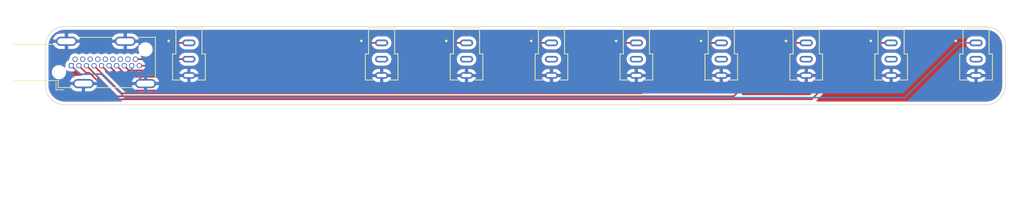
<source format=kicad_pcb>
(kicad_pcb (version 20221018) (generator pcbnew)
  (layers (0 "F.Cu" signal) (31 "B.Cu" signal) (34 "B.Paste" user) (35 "F.Paste" user) (36 "B.SilkS" user "B.Silkscreen") (37 "F.SilkS" user "F.Silkscreen") (38 "B.Mask" user) (39 "F.Mask" user) (44 "Edge.Cuts" user))
  (net 0 "")
  (net 3 "GND")
  (net 4 "D2")
  (net 5 "D1")
  (net 7 "D3")
  (net 9 "D4")
  (net 11 "D5")
  (net 13 "D6")
  (net 15 "D7")
  (net 17 "D8")
  (net 18 "RUN")
  (net 19 "CLK")
  (footprint "footprints:CUI_SP-3533-02" (layer "F.Cu") (at 104.9 114.3 90)
    (fp_text reference "J8" hide)
    (fp_text value "AudioPlug3")
    (fp_line (start -3.2 -2.5) (end 0.8 -2.5) (stroke (width 0.127)) (layer "F.SilkS"))
    (fp_line (start -3.2 -1.35) (end -3.2 -2.5) (stroke (width 0.127)) (layer "F.SilkS"))
    (fp_line (start -3.2 2.5) (end -3.2 1.35) (stroke (width 0.127)) (layer "F.SilkS"))
    (fp_line (start 0.8 -2.5) (end 0.8 -2) (stroke (width 0.127)) (layer "F.SilkS"))
    (fp_line (start 0.8 -2) (end 4.8 -2) (stroke (width 0.127)) (layer "F.SilkS"))
    (fp_line (start 0.8 2) (end 0.8 2.5) (stroke (width 0.127)) (layer "F.SilkS"))
    (fp_line (start 0.8 2.5) (end -3.2 2.5) (stroke (width 0.127)) (layer "F.SilkS"))
    (fp_line (start 4.8 -2) (end 4.8 2) (stroke (width 0.127)) (layer "F.SilkS"))
    (fp_line (start 4.8 2) (end 0.8 2) (stroke (width 0.127)) (layer "F.SilkS"))
    (fp_circle (center 2.8 -3.1) (end 2.9 -3.1) (stroke (width 0.2)) (fill none) (layer "F.SilkS"))
    (pad "R" thru_hole oval (at 0 0 90) (size 1.008 2.016) (drill oval 0.5 1.5) (layers "*.Cu" "*.Mask"))
    (pad "S" thru_hole oval (at -2.5 0 90) (size 1.008 2.016) (drill oval 0.5 1.5) (layers "*.Cu" "*.Mask") (net 3 "GND"))
    (pad "T" thru_hole oval (at 2.5 0 90) (size 1.008 2.016) (drill oval 0.5 1.5) (layers "*.Cu" "*.Mask") (net 17 "D8"))
  )
  (footprint "footprints:CUI_SP-3533-02" (layer "F.Cu") (at 195.9 114.3 90)
    (fp_text reference "J2" hide)
    (fp_text value "AudioPlug3")
    (fp_line (start -3.2 -2.5) (end 0.8 -2.5) (stroke (width 0.127)) (layer "F.SilkS"))
    (fp_line (start -3.2 -1.35) (end -3.2 -2.5) (stroke (width 0.127)) (layer "F.SilkS"))
    (fp_line (start -3.2 2.5) (end -3.2 1.35) (stroke (width 0.127)) (layer "F.SilkS"))
    (fp_line (start 0.8 -2.5) (end 0.8 -2) (stroke (width 0.127)) (layer "F.SilkS"))
    (fp_line (start 0.8 -2) (end 4.8 -2) (stroke (width 0.127)) (layer "F.SilkS"))
    (fp_line (start 0.8 2) (end 0.8 2.5) (stroke (width 0.127)) (layer "F.SilkS"))
    (fp_line (start 0.8 2.5) (end -3.2 2.5) (stroke (width 0.127)) (layer "F.SilkS"))
    (fp_line (start 4.8 -2) (end 4.8 2) (stroke (width 0.127)) (layer "F.SilkS"))
    (fp_line (start 4.8 2) (end 0.8 2) (stroke (width 0.127)) (layer "F.SilkS"))
    (fp_circle (center 2.8 -3.1) (end 2.9 -3.1) (stroke (width 0.2)) (fill none) (layer "F.SilkS"))
    (pad "R" thru_hole oval (at 0 0 90) (size 1.008 2.016) (drill oval 0.5 1.5) (layers "*.Cu" "*.Mask"))
    (pad "S" thru_hole oval (at -2.5 0 90) (size 1.008 2.016) (drill oval 0.5 1.5) (layers "*.Cu" "*.Mask") (net 3 "GND"))
    (pad "T" thru_hole oval (at 2.5 0 90) (size 1.008 2.016) (drill oval 0.5 1.5) (layers "*.Cu" "*.Mask") (net 5 "D1"))
  )
  (footprint "footprints:CUI_SP-3533-02" (layer "F.Cu") (at 182.9 114.3 90)
    (fp_text reference "J1" hide)
    (fp_text value "AudioPlug3")
    (fp_line (start -3.2 -2.5) (end 0.8 -2.5) (stroke (width 0.127)) (layer "F.SilkS"))
    (fp_line (start -3.2 -1.35) (end -3.2 -2.5) (stroke (width 0.127)) (layer "F.SilkS"))
    (fp_line (start -3.2 2.5) (end -3.2 1.35) (stroke (width 0.127)) (layer "F.SilkS"))
    (fp_line (start 0.8 -2.5) (end 0.8 -2) (stroke (width 0.127)) (layer "F.SilkS"))
    (fp_line (start 0.8 -2) (end 4.8 -2) (stroke (width 0.127)) (layer "F.SilkS"))
    (fp_line (start 0.8 2) (end 0.8 2.5) (stroke (width 0.127)) (layer "F.SilkS"))
    (fp_line (start 0.8 2.5) (end -3.2 2.5) (stroke (width 0.127)) (layer "F.SilkS"))
    (fp_line (start 4.8 -2) (end 4.8 2) (stroke (width 0.127)) (layer "F.SilkS"))
    (fp_line (start 4.8 2) (end 0.8 2) (stroke (width 0.127)) (layer "F.SilkS"))
    (fp_circle (center 2.8 -3.1) (end 2.9 -3.1) (stroke (width 0.2)) (fill none) (layer "F.SilkS"))
    (pad "R" thru_hole oval (at 0 0 90) (size 1.008 2.016) (drill oval 0.5 1.5) (layers "*.Cu" "*.Mask"))
    (pad "S" thru_hole oval (at -2.5 0 90) (size 1.008 2.016) (drill oval 0.5 1.5) (layers "*.Cu" "*.Mask") (net 3 "GND"))
    (pad "T" thru_hole oval (at 2.5 0 90) (size 1.008 2.016) (drill oval 0.5 1.5) (layers "*.Cu" "*.Mask") (net 4 "D2"))
  )
  (footprint "footprints:CUI_SP-3533-02" (layer "F.Cu") (at 130.9 114.3 90)
    (fp_text reference "J6" hide)
    (fp_text value "AudioPlug3")
    (fp_line (start -3.2 -2.5) (end 0.8 -2.5) (stroke (width 0.127)) (layer "F.SilkS"))
    (fp_line (start -3.2 -1.35) (end -3.2 -2.5) (stroke (width 0.127)) (layer "F.SilkS"))
    (fp_line (start -3.2 2.5) (end -3.2 1.35) (stroke (width 0.127)) (layer "F.SilkS"))
    (fp_line (start 0.8 -2.5) (end 0.8 -2) (stroke (width 0.127)) (layer "F.SilkS"))
    (fp_line (start 0.8 -2) (end 4.8 -2) (stroke (width 0.127)) (layer "F.SilkS"))
    (fp_line (start 0.8 2) (end 0.8 2.5) (stroke (width 0.127)) (layer "F.SilkS"))
    (fp_line (start 0.8 2.5) (end -3.2 2.5) (stroke (width 0.127)) (layer "F.SilkS"))
    (fp_line (start 4.8 -2) (end 4.8 2) (stroke (width 0.127)) (layer "F.SilkS"))
    (fp_line (start 4.8 2) (end 0.8 2) (stroke (width 0.127)) (layer "F.SilkS"))
    (fp_circle (center 2.8 -3.1) (end 2.9 -3.1) (stroke (width 0.2)) (fill none) (layer "F.SilkS"))
    (pad "R" thru_hole oval (at 0 0 90) (size 1.008 2.016) (drill oval 0.5 1.5) (layers "*.Cu" "*.Mask"))
    (pad "S" thru_hole oval (at -2.5 0 90) (size 1.008 2.016) (drill oval 0.5 1.5) (layers "*.Cu" "*.Mask") (net 3 "GND"))
    (pad "T" thru_hole oval (at 2.5 0 90) (size 1.008 2.016) (drill oval 0.5 1.5) (layers "*.Cu" "*.Mask") (net 13 "D6"))
  )
  (footprint "Connector_HDMI:HDMI_A_Kycon_KDMIX-SL1-NS-WS-B15_VerticalRightAngle" (layer "F.Cu") (at 57.4 115.3 90)
    (fp_text reference "J10" hide)
    (fp_text value "HDMI_A")
    (fp_line (start -3.7 -2.35) (end -3.7 -1.2) (stroke (width 0.12)) (layer "F.SilkS"))
    (fp_line (start -3.7 -2.35) (end -2.6 -2.35) (stroke (width 0.12)) (layer "F.SilkS"))
    (fp_line (start -3.36 -2.01) (end -3.36 0.2) (stroke (width 0.12)) (layer "F.SilkS"))
    (fp_line (start -3.36 9.7) (end -3.36 3.5) (stroke (width 0.12)) (layer "F.SilkS"))
    (fp_line (start -2.285 -8.84) (end -2.285 -2.01) (stroke (width 0.12)) (layer "F.SilkS"))
    (fp_line (start -2.285 -2.01) (end -3.36 -2.01) (stroke (width 0.12)) (layer "F.SilkS"))
    (fp_line (start 3.285 -8.84) (end 3.285 -2.5) (stroke (width 0.12)) (layer "F.SilkS"))
    (fp_line (start 4.36 6.6) (end 4.36 0.9) (stroke (width 0.12)) (layer "F.SilkS"))
    (fp_line (start 4.36 12.86) (end -2 12.86) (stroke (width 0.12)) (layer "F.SilkS"))
    (fp_line (start 4.36 12.86) (end 4.36 9.9) (stroke (width 0.12)) (layer "F.SilkS"))
    (pad "" np_thru_hole circle (at -1 -1.9 270) (size 1.7 1.7) (drill 1.7) (layers "*.Cu" "*.Mask"))
    (pad "" np_thru_hole circle (at 2.5 11.35 270) (size 1.7 1.7) (drill 1.7) (layers "*.Cu" "*.Mask"))
    (pad "1" thru_hole roundrect (at 0 0 270) (size 0.8 0.8) (drill 0.55) (layers "*.Cu" "*.Mask") (roundrect_rratio 0.3125) (net 5 "D1"))
    (pad "2" thru_hole circle (at 1 0.5775 270) (size 0.8 0.8) (drill 0.55) (layers "*.Cu" "*.Mask"))
    (pad "3" thru_hole circle (at 0 1.155 270) (size 0.8 0.8) (drill 0.55) (layers "*.Cu" "*.Mask") (net 4 "D2"))
    (pad "4" thru_hole circle (at 1 1.7325 270) (size 0.8 0.8) (drill 0.55) (layers "*.Cu" "*.Mask"))
    (pad "5" thru_hole circle (at 0 2.31 270) (size 0.8 0.8) (drill 0.55) (layers "*.Cu" "*.Mask") (net 7 "D3"))
    (pad "6" thru_hole circle (at 1 2.8875 270) (size 0.8 0.8) (drill 0.55) (layers "*.Cu" "*.Mask"))
    (pad "7" thru_hole circle (at 0 3.465 270) (size 0.8 0.8) (drill 0.55) (layers "*.Cu" "*.Mask") (net 9 "D4"))
    (pad "8" thru_hole circle (at 1 4.0425 270) (size 0.8 0.8) (drill 0.55) (layers "*.Cu" "*.Mask"))
    (pad "9" thru_hole circle (at 0 4.62 270) (size 0.8 0.8) (drill 0.55) (layers "*.Cu" "*.Mask") (net 11 "D5"))
    (pad "10" thru_hole circle (at 1 5.1975 270) (size 0.8 0.8) (drill 0.55) (layers "*.Cu" "*.Mask"))
    (pad "11" thru_hole circle (at 0 5.775 270) (size 0.8 0.8) (drill 0.55) (layers "*.Cu" "*.Mask") (net 13 "D6"))
    (pad "12" thru_hole circle (at 1 6.3525 270) (size 0.8 0.8) (drill 0.55) (layers "*.Cu" "*.Mask"))
    (pad "13" thru_hole circle (at 0 6.93 270) (size 0.8 0.8) (drill 0.55) (layers "*.Cu" "*.Mask") (net 15 "D7"))
    (pad "14" thru_hole circle (at 1 7.5075 270) (size 0.8 0.8) (drill 0.55) (layers "*.Cu" "*.Mask"))
    (pad "15" thru_hole circle (at 0 8.085 270) (size 0.8 0.8) (drill 0.55) (layers "*.Cu" "*.Mask") (net 17 "D8"))
    (pad "16" thru_hole circle (at 1 8.6625 270) (size 0.8 0.8) (drill 0.55) (layers "*.Cu" "*.Mask"))
    (pad "17" thru_hole circle (at 0 9.24 270) (size 0.8 0.8) (drill 0.55) (layers "*.Cu" "*.Mask") (net 3 "GND"))
    (pad "18" thru_hole circle (at 1 9.8175 270) (size 0.8 0.8) (drill 0.55) (layers "*.Cu" "*.Mask") (net 19 "CLK"))
    (pad "19" thru_hole circle (at 0 10.395 270) (size 0.8 0.8) (drill 0.55) (layers "*.Cu" "*.Mask") (net 18 "RUN"))
    (pad "SH" thru_hole oval (at -2.75 1.85 270) (size 1.4 3.2) (drill oval 0.9 2.7) (layers "*.Cu" "*.Mask") (net 3 "GND"))
    (pad "SH" thru_hole oval (at -2.75 11.35 270) (size 1.4 3.2) (drill oval 0.9 2.7) (layers "*.Cu" "*.Mask") (net 3 "GND"))
    (pad "SH" thru_hole oval (at 3.75 -0.75 270) (size 1.4 3.2) (drill oval 0.9 2.7) (layers "*.Cu" "*.Mask") (net 3 "GND"))
    (pad "SH" thru_hole oval (at 3.75 8.25 270) (size 1.4 3.2) (drill oval 0.9 2.7) (layers "*.Cu" "*.Mask") (net 3 "GND"))
  )
  (footprint "footprints:CUI_SP-3533-02" (layer "F.Cu") (at 156.9 114.3 90)
    (fp_text reference "J4" hide)
    (fp_text value "AudioPlug3")
    (fp_line (start -3.2 -2.5) (end 0.8 -2.5) (stroke (width 0.127)) (layer "F.SilkS"))
    (fp_line (start -3.2 -1.35) (end -3.2 -2.5) (stroke (width 0.127)) (layer "F.SilkS"))
    (fp_line (start -3.2 2.5) (end -3.2 1.35) (stroke (width 0.127)) (layer "F.SilkS"))
    (fp_line (start 0.8 -2.5) (end 0.8 -2) (stroke (width 0.127)) (layer "F.SilkS"))
    (fp_line (start 0.8 -2) (end 4.8 -2) (stroke (width 0.127)) (layer "F.SilkS"))
    (fp_line (start 0.8 2) (end 0.8 2.5) (stroke (width 0.127)) (layer "F.SilkS"))
    (fp_line (start 0.8 2.5) (end -3.2 2.5) (stroke (width 0.127)) (layer "F.SilkS"))
    (fp_line (start 4.8 -2) (end 4.8 2) (stroke (width 0.127)) (layer "F.SilkS"))
    (fp_line (start 4.8 2) (end 0.8 2) (stroke (width 0.127)) (layer "F.SilkS"))
    (fp_circle (center 2.8 -3.1) (end 2.9 -3.1) (stroke (width 0.2)) (fill none) (layer "F.SilkS"))
    (pad "R" thru_hole oval (at 0 0 90) (size 1.008 2.016) (drill oval 0.5 1.5) (layers "*.Cu" "*.Mask"))
    (pad "S" thru_hole oval (at -2.5 0 90) (size 1.008 2.016) (drill oval 0.5 1.5) (layers "*.Cu" "*.Mask") (net 3 "GND"))
    (pad "T" thru_hole oval (at 2.5 0 90) (size 1.008 2.016) (drill oval 0.5 1.5) (layers "*.Cu" "*.Mask") (net 9 "D4"))
  )
  (footprint "footprints:CUI_SP-3533-02" (layer "F.Cu") (at 169.9 114.3 90)
    (fp_text reference "J3" hide)
    (fp_text value "AudioPlug3")
    (fp_line (start -3.2 -2.5) (end 0.8 -2.5) (stroke (width 0.127)) (layer "F.SilkS"))
    (fp_line (start -3.2 -1.35) (end -3.2 -2.5) (stroke (width 0.127)) (layer "F.SilkS"))
    (fp_line (start -3.2 2.5) (end -3.2 1.35) (stroke (width 0.127)) (layer "F.SilkS"))
    (fp_line (start 0.8 -2.5) (end 0.8 -2) (stroke (width 0.127)) (layer "F.SilkS"))
    (fp_line (start 0.8 -2) (end 4.8 -2) (stroke (width 0.127)) (layer "F.SilkS"))
    (fp_line (start 0.8 2) (end 0.8 2.5) (stroke (width 0.127)) (layer "F.SilkS"))
    (fp_line (start 0.8 2.5) (end -3.2 2.5) (stroke (width 0.127)) (layer "F.SilkS"))
    (fp_line (start 4.8 -2) (end 4.8 2) (stroke (width 0.127)) (layer "F.SilkS"))
    (fp_line (start 4.8 2) (end 0.8 2) (stroke (width 0.127)) (layer "F.SilkS"))
    (fp_circle (center 2.8 -3.1) (end 2.9 -3.1) (stroke (width 0.2)) (fill none) (layer "F.SilkS"))
    (pad "R" thru_hole oval (at 0 0 90) (size 1.008 2.016) (drill oval 0.5 1.5) (layers "*.Cu" "*.Mask"))
    (pad "S" thru_hole oval (at -2.5 0 90) (size 1.008 2.016) (drill oval 0.5 1.5) (layers "*.Cu" "*.Mask") (net 3 "GND"))
    (pad "T" thru_hole oval (at 2.5 0 90) (size 1.008 2.016) (drill oval 0.5 1.5) (layers "*.Cu" "*.Mask") (net 7 "D3"))
  )
  (footprint "footprints:CUI_SP-3533-02" (layer "F.Cu") (at 143.9 114.3 90)
    (fp_text reference "J5" hide)
    (fp_text value "AudioPlug3")
    (fp_line (start -3.2 -2.5) (end 0.8 -2.5) (stroke (width 0.127)) (layer "F.SilkS"))
    (fp_line (start -3.2 -1.35) (end -3.2 -2.5) (stroke (width 0.127)) (layer "F.SilkS"))
    (fp_line (start -3.2 2.5) (end -3.2 1.35) (stroke (width 0.127)) (layer "F.SilkS"))
    (fp_line (start 0.8 -2.5) (end 0.8 -2) (stroke (width 0.127)) (layer "F.SilkS"))
    (fp_line (start 0.8 -2) (end 4.8 -2) (stroke (width 0.127)) (layer "F.SilkS"))
    (fp_line (start 0.8 2) (end 0.8 2.5) (stroke (width 0.127)) (layer "F.SilkS"))
    (fp_line (start 0.8 2.5) (end -3.2 2.5) (stroke (width 0.127)) (layer "F.SilkS"))
    (fp_line (start 4.8 -2) (end 4.8 2) (stroke (width 0.127)) (layer "F.SilkS"))
    (fp_line (start 4.8 2) (end 0.8 2) (stroke (width 0.127)) (layer "F.SilkS"))
    (fp_circle (center 2.8 -3.1) (end 2.9 -3.1) (stroke (width 0.2)) (fill none) (layer "F.SilkS"))
    (pad "R" thru_hole oval (at 0 0 90) (size 1.008 2.016) (drill oval 0.5 1.5) (layers "*.Cu" "*.Mask"))
    (pad "S" thru_hole oval (at -2.5 0 90) (size 1.008 2.016) (drill oval 0.5 1.5) (layers "*.Cu" "*.Mask") (net 3 "GND"))
    (pad "T" thru_hole oval (at 2.5 0 90) (size 1.008 2.016) (drill oval 0.5 1.5) (layers "*.Cu" "*.Mask") (net 11 "D5"))
  )
  (footprint "footprints:CUI_SP-3533-02" (layer "F.Cu") (at 117.9 114.3 90)
    (fp_text reference "J7" hide)
    (fp_text value "AudioPlug3")
    (fp_line (start -3.2 -2.5) (end 0.8 -2.5) (stroke (width 0.127)) (layer "F.SilkS"))
    (fp_line (start -3.2 -1.35) (end -3.2 -2.5) (stroke (width 0.127)) (layer "F.SilkS"))
    (fp_line (start -3.2 2.5) (end -3.2 1.35) (stroke (width 0.127)) (layer "F.SilkS"))
    (fp_line (start 0.8 -2.5) (end 0.8 -2) (stroke (width 0.127)) (layer "F.SilkS"))
    (fp_line (start 0.8 -2) (end 4.8 -2) (stroke (width 0.127)) (layer "F.SilkS"))
    (fp_line (start 0.8 2) (end 0.8 2.5) (stroke (width 0.127)) (layer "F.SilkS"))
    (fp_line (start 0.8 2.5) (end -3.2 2.5) (stroke (width 0.127)) (layer "F.SilkS"))
    (fp_line (start 4.8 -2) (end 4.8 2) (stroke (width 0.127)) (layer "F.SilkS"))
    (fp_line (start 4.8 2) (end 0.8 2) (stroke (width 0.127)) (layer "F.SilkS"))
    (fp_circle (center 2.8 -3.1) (end 2.9 -3.1) (stroke (width 0.2)) (fill none) (layer "F.SilkS"))
    (pad "R" thru_hole oval (at 0 0 90) (size 1.008 2.016) (drill oval 0.5 1.5) (layers "*.Cu" "*.Mask"))
    (pad "S" thru_hole oval (at -2.5 0 90) (size 1.008 2.016) (drill oval 0.5 1.5) (layers "*.Cu" "*.Mask") (net 3 "GND"))
    (pad "T" thru_hole oval (at 2.5 0 90) (size 1.008 2.016) (drill oval 0.5 1.5) (layers "*.Cu" "*.Mask") (net 15 "D7"))
  )
  (footprint "footprints:CUI_SP-3533-02" (layer "F.Cu") (at 75.4 114.3 90)
    (fp_text reference "J9" hide)
    (fp_text value "AudioPlug3")
    (fp_line (start -3.2 -2.5) (end 0.8 -2.5) (stroke (width 0.127)) (layer "F.SilkS"))
    (fp_line (start -3.2 -1.35) (end -3.2 -2.5) (stroke (width 0.127)) (layer "F.SilkS"))
    (fp_line (start -3.2 2.5) (end -3.2 1.35) (stroke (width 0.127)) (layer "F.SilkS"))
    (fp_line (start 0.8 -2.5) (end 0.8 -2) (stroke (width 0.127)) (layer "F.SilkS"))
    (fp_line (start 0.8 -2) (end 4.8 -2) (stroke (width 0.127)) (layer "F.SilkS"))
    (fp_line (start 0.8 2) (end 0.8 2.5) (stroke (width 0.127)) (layer "F.SilkS"))
    (fp_line (start 0.8 2.5) (end -3.2 2.5) (stroke (width 0.127)) (layer "F.SilkS"))
    (fp_line (start 4.8 -2) (end 4.8 2) (stroke (width 0.127)) (layer "F.SilkS"))
    (fp_line (start 4.8 2) (end 0.8 2) (stroke (width 0.127)) (layer "F.SilkS"))
    (fp_circle (center 2.8 -3.1) (end 2.9 -3.1) (stroke (width 0.2)) (fill none) (layer "F.SilkS"))
    (pad "R" thru_hole oval (at 0 0 90) (size 1.008 2.016) (drill oval 0.5 1.5) (layers "*.Cu" "*.Mask") (net 18 "RUN"))
    (pad "S" thru_hole oval (at -2.5 0 90) (size 1.008 2.016) (drill oval 0.5 1.5) (layers "*.Cu" "*.Mask") (net 3 "GND"))
    (pad "T" thru_hole oval (at 2.5 0 90) (size 1.008 2.016) (drill oval 0.5 1.5) (layers "*.Cu" "*.Mask") (net 19 "CLK"))
  )
  (gr_line (start 197.4 109.3) (end 56.4 109.3) (stroke (width 0.1)) (layer "Edge.Cuts"))
  (gr_arc (start 53.4 112.3) (mid 54.278679 110.178679) (end 56.4 109.3) (stroke (width 0.1)) (layer "Edge.Cuts"))
  (gr_arc (start 197.4 109.3) (mid 199.521321 110.178679) (end 200.4 112.3) (stroke (width 0.1)) (layer "Edge.Cuts"))
  (gr_line (start 53.4 112.3) (end 53.4 118.3) (stroke (width 0.1)) (layer "Edge.Cuts"))
  (gr_arc (start 56.4 121.3) (mid 54.278679 120.421321) (end 53.4 118.3) (stroke (width 0.1)) (layer "Edge.Cuts"))
  (gr_arc (start 200.4 118.3) (mid 199.521321 120.421321) (end 197.4 121.3) (stroke (width 0.1)) (layer "Edge.Cuts"))
  (gr_line (start 200.4 118.3) (end 200.4 112.3) (stroke (width 0.1)) (layer "Edge.Cuts"))
  (gr_line (start 56.4 121.3) (end 197.4 121.3) (stroke (width 0.1)) (layer "Edge.Cuts"))
  (segment (start 66.64 115.94) (end 68.75 118.05) (width 0.25) (layer "B.Cu") (net 3))
  (segment (start 66.64 115.3) (end 66.64 115.94) (width 0.25) (layer "B.Cu") (net 3))
  (segment (start 58.555 115.3) (end 59.655 116.4) (width 0.25) (layer "F.Cu") (net 4))
  (segment (start 59.655 116.4) (end 60.173604 116.4) (width 0.25) (layer "F.Cu") (net 4))
  (segment (start 179.4 111.8) (end 182.9 111.8) (width 0.25) (layer "F.Cu") (net 4))
  (segment (start 170.75 120.45) (end 179.4 111.8) (width 0.25) (layer "F.Cu") (net 4))
  (segment (start 64.223604 120.45) (end 170.75 120.45) (width 0.25) (layer "F.Cu") (net 4))
  (segment (start 60.173604 116.4) (end 64.223604 120.45) (width 0.25) (layer "F.Cu") (net 4))
  (segment (start 193.4 111.8) (end 195.9 111.8) (width 0.25) (layer "B.Cu") (net 5))
  (segment (start 58.7 116.6) (end 62 116.6) (width 0.25) (layer "B.Cu") (net 5))
  (segment (start 57.4 115.3) (end 58.7 116.6) (width 0.25) (layer "B.Cu") (net 5))
  (segment (start 185 120.2) (end 193.4 111.8) (width 0.25) (layer "B.Cu") (net 5))
  (segment (start 62 116.6) (end 65.6 120.2) (width 0.25) (layer "B.Cu") (net 5))
  (segment (start 65.6 120.2) (end 185 120.2) (width 0.25) (layer "B.Cu") (net 5))
  (segment (start 167 111.8) (end 169.9 111.8) (width 0.25) (layer "F.Cu") (net 7))
  (segment (start 59.71 115.3) (end 64.41 120) (width 0.25) (layer "F.Cu") (net 7))
  (segment (start 158.8 120) (end 167 111.8) (width 0.25) (layer "F.Cu") (net 7))
  (segment (start 64.41 120) (end 158.8 120) (width 0.25) (layer "F.Cu") (net 7))
  (segment (start 152.4 111.8) (end 156.9 111.8) (width 0.25) (layer "F.Cu") (net 9))
  (segment (start 60.865 115.3) (end 65.115 119.55) (width 0.25) (layer "F.Cu") (net 9))
  (segment (start 144.65 119.55) (end 152.4 111.8) (width 0.25) (layer "F.Cu") (net 9))
  (segment (start 65.115 119.55) (end 144.65 119.55) (width 0.25) (layer "F.Cu") (net 9))
  (segment (start 141.4 111.8) (end 143.9 111.8) (width 0.25) (layer "F.Cu") (net 11))
  (segment (start 134.1 119.1) (end 141.4 111.8) (width 0.25) (layer "F.Cu") (net 11))
  (segment (start 62.02 115.3) (end 65.82 119.1) (width 0.25) (layer "F.Cu") (net 11))
  (segment (start 65.82 119.1) (end 134.1 119.1) (width 0.25) (layer "F.Cu") (net 11))
  (segment (start 72.513604 118.55) (end 120.85 118.55) (width 0.25) (layer "F.Cu") (net 13))
  (segment (start 70.963604 117) (end 72.513604 118.55) (width 0.25) (layer "F.Cu") (net 13))
  (segment (start 64.875 117) (end 70.963604 117) (width 0.25) (layer "F.Cu") (net 13))
  (segment (start 120.85 118.55) (end 127.6 111.8) (width 0.25) (layer "F.Cu") (net 13))
  (segment (start 127.6 111.8) (end 130.9 111.8) (width 0.25) (layer "F.Cu") (net 13))
  (segment (start 63.175 115.3) (end 64.875 117) (width 0.25) (layer "F.Cu") (net 13))
  (segment (start 71.075 116.475) (end 72.7 118.1) (width 0.25) (layer "F.Cu") (net 15))
  (segment (start 65.505 116.475) (end 71.075 116.475) (width 0.25) (layer "F.Cu") (net 15))
  (segment (start 64.33 115.3) (end 65.505 116.475) (width 0.25) (layer "F.Cu") (net 15))
  (segment (start 72.7 118.1) (end 108.3 118.1) (width 0.25) (layer "F.Cu") (net 15))
  (segment (start 114.6 111.8) (end 117.9 111.8) (width 0.25) (layer "F.Cu") (net 15))
  (segment (start 108.3 118.1) (end 114.6 111.8) (width 0.25) (layer "F.Cu") (net 15))
  (segment (start 73.05 115.5) (end 97.9 115.5) (width 0.25) (layer "F.Cu") (net 17))
  (segment (start 65.485 115.3) (end 66.21 116.025) (width 0.25) (layer "F.Cu") (net 17))
  (segment (start 101.6 111.8) (end 104.9 111.8) (width 0.25) (layer "F.Cu") (net 17))
  (segment (start 97.9 115.5) (end 101.6 111.8) (width 0.25) (layer "F.Cu") (net 17))
  (segment (start 66.21 116.025) (end 72.525 116.025) (width 0.25) (layer "F.Cu") (net 17))
  (segment (start 72.525 116.025) (end 73.05 115.5) (width 0.25) (layer "F.Cu") (net 17))
  (segment (start 71.1 115.3) (end 67.795 115.3) (width 0.25) (layer "F.Cu") (net 18))
  (segment (start 72.1 114.3) (end 71.1 115.3) (width 0.25) (layer "F.Cu") (net 18))
  (segment (start 75.4 114.3) (end 72.1 114.3) (width 0.25) (layer "F.Cu") (net 18))
  (segment (start 67.2175 114.3) (end 70.3 114.3) (width 0.25) (layer "F.Cu") (net 19))
  (segment (start 72.8 111.8) (end 75.4 111.8) (width 0.25) (layer "F.Cu") (net 19))
  (segment (start 70.3 114.3) (end 72.8 111.8) (width 0.25) (layer "F.Cu") (net 19))
  (zone (net 3) (net_name "GND") (layers "F&B.Cu") (connect_pads (clearance 0.5)) (min_thickness 0.25) (fill yes (thermal_gap 0.5) (thermal_bridge_width 0.5))
    (polygon (pts (xy 50.86 106.76) (xy 50.86 124.54) (xy 203.26 124.54) (xy 203.26 106.76)))
  )
)
</source>
